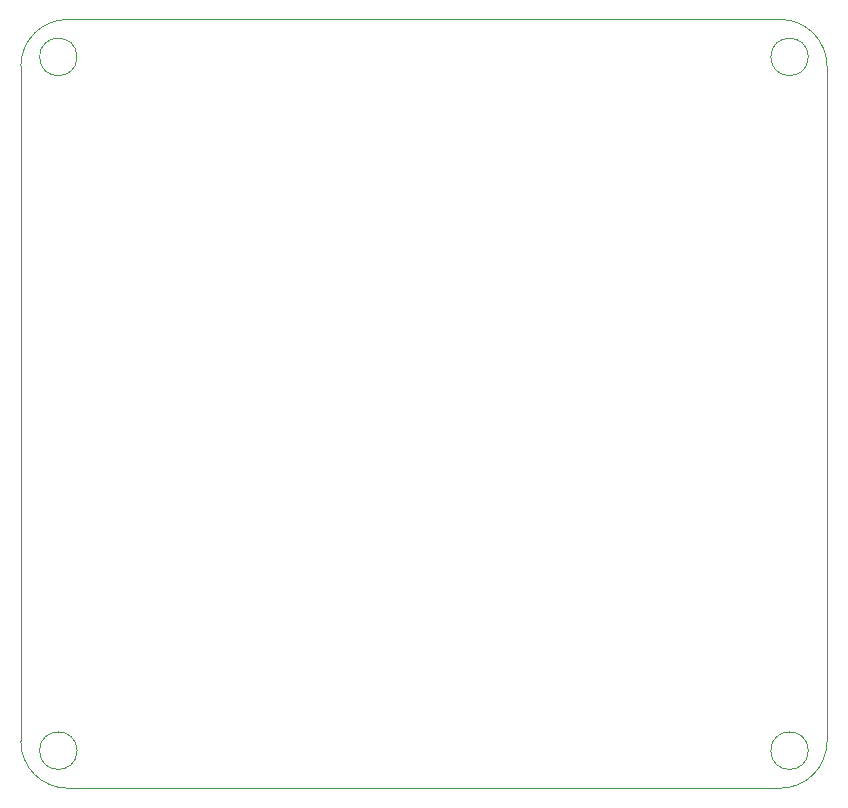
<source format=gbr>
%TF.GenerationSoftware,KiCad,Pcbnew,6.0.9*%
%TF.CreationDate,2022-12-09T21:33:21+01:00*%
%TF.ProjectId,rOxpad,724f7870-6164-42e6-9b69-6361645f7063,rev?*%
%TF.SameCoordinates,Original*%
%TF.FileFunction,Profile,NP*%
%FSLAX46Y46*%
G04 Gerber Fmt 4.6, Leading zero omitted, Abs format (unit mm)*
G04 Created by KiCad (PCBNEW 6.0.9) date 2022-12-09 21:33:21*
%MOMM*%
%LPD*%
G01*
G04 APERTURE LIST*
%TA.AperFunction,Profile*%
%ADD10C,0.100000*%
%TD*%
G04 APERTURE END LIST*
D10*
X139700000Y-63500000D02*
G75*
G03*
X139700000Y-63500000I-1587500J0D01*
G01*
X137318750Y-125412500D02*
G75*
G03*
X141287500Y-121443750I0J3968750D01*
G01*
X139700000Y-122237500D02*
G75*
G03*
X139700000Y-122237500I-1587500J0D01*
G01*
X73025000Y-121443750D02*
G75*
G03*
X76993750Y-125412500I3968700J-50D01*
G01*
X76993750Y-125412500D02*
X137318750Y-125412500D01*
X141287500Y-64293750D02*
G75*
G03*
X137318750Y-60325000I-3968800J-50D01*
G01*
X77787500Y-63500000D02*
G75*
G03*
X77787500Y-63500000I-1587500J0D01*
G01*
X137318750Y-60325000D02*
X76993750Y-60325000D01*
X141287500Y-121443750D02*
X141287500Y-79375000D01*
X73025000Y-64293750D02*
X73025000Y-121443750D01*
X77787500Y-122237500D02*
G75*
G03*
X77787500Y-122237500I-1587500J0D01*
G01*
X141287500Y-79375000D02*
X141287500Y-64293750D01*
X76993750Y-60325000D02*
G75*
G03*
X73025000Y-64293750I0J-3968750D01*
G01*
M02*

</source>
